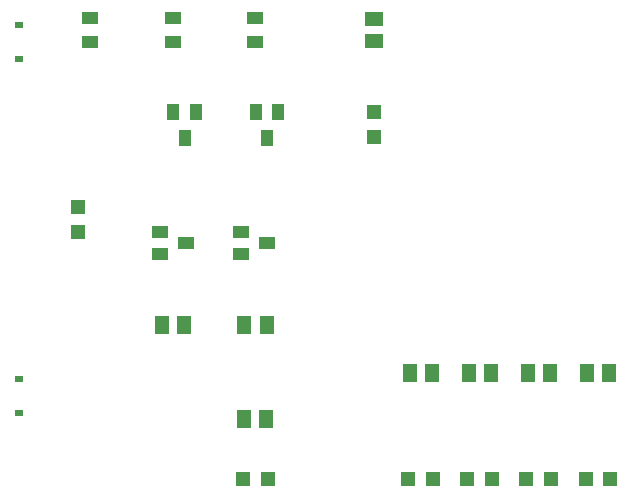
<source format=gtp>
G75*
%MOIN*%
%OFA0B0*%
%FSLAX25Y25*%
%IPPOS*%
%LPD*%
%AMOC8*
5,1,8,0,0,1.08239X$1,22.5*
%
%ADD10R,0.03937X0.05512*%
%ADD11R,0.02756X0.02362*%
%ADD12R,0.05512X0.04331*%
%ADD13R,0.04724X0.04724*%
%ADD14R,0.05512X0.03937*%
%ADD15R,0.05118X0.05906*%
%ADD16R,0.05906X0.05118*%
D10*
X0064492Y0138902D03*
X0060752Y0147563D03*
X0068232Y0147563D03*
X0088311Y0147563D03*
X0095791Y0147563D03*
X0092051Y0138902D03*
D11*
X0009374Y0046972D03*
X0009374Y0058390D03*
X0009374Y0165083D03*
X0009374Y0176500D03*
D12*
X0032996Y0178665D03*
X0032996Y0170791D03*
X0060555Y0170791D03*
X0060555Y0178665D03*
X0088114Y0178665D03*
X0088114Y0170791D03*
D13*
X0127484Y0147366D03*
X0127484Y0139098D03*
X0029059Y0115870D03*
X0029059Y0107602D03*
X0083980Y0025122D03*
X0092248Y0025122D03*
X0139098Y0025122D03*
X0147366Y0025122D03*
X0158783Y0025122D03*
X0167051Y0025122D03*
X0178469Y0025122D03*
X0186736Y0025122D03*
X0198154Y0025122D03*
X0206421Y0025122D03*
D14*
X0092130Y0103823D03*
X0083469Y0107563D03*
X0083469Y0100083D03*
X0064886Y0103862D03*
X0056224Y0100122D03*
X0056224Y0107602D03*
D15*
X0056815Y0076303D03*
X0064295Y0076303D03*
X0084374Y0076303D03*
X0091854Y0076303D03*
X0091677Y0045142D03*
X0084197Y0045142D03*
X0139492Y0060555D03*
X0146972Y0060555D03*
X0159177Y0060555D03*
X0166657Y0060555D03*
X0178862Y0060555D03*
X0186343Y0060555D03*
X0198547Y0060555D03*
X0206028Y0060555D03*
D16*
X0127484Y0170988D03*
X0127484Y0178469D03*
M02*

</source>
